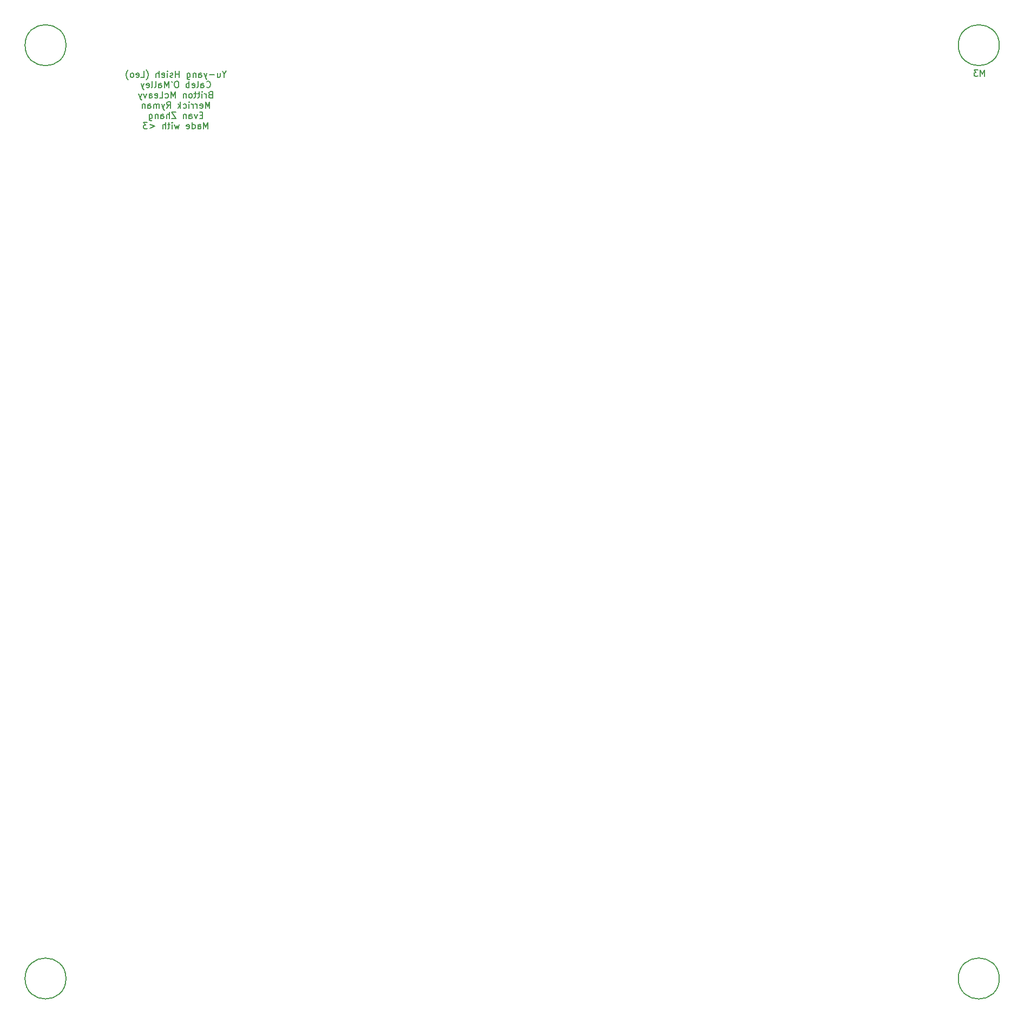
<source format=gbr>
%TF.GenerationSoftware,KiCad,Pcbnew,(6.0.10)*%
%TF.CreationDate,2023-02-13T20:41:26-05:00*%
%TF.ProjectId,master_board,6d617374-6572-45f6-926f-6172642e6b69,rev?*%
%TF.SameCoordinates,Original*%
%TF.FileFunction,Legend,Bot*%
%TF.FilePolarity,Positive*%
%FSLAX46Y46*%
G04 Gerber Fmt 4.6, Leading zero omitted, Abs format (unit mm)*
G04 Created by KiCad (PCBNEW (6.0.10)) date 2023-02-13 20:41:26*
%MOMM*%
%LPD*%
G01*
G04 APERTURE LIST*
%ADD10C,0.200000*%
G04 APERTURE END LIST*
D10*
X25200000Y-169000000D02*
G75*
G03*
X25200000Y-169000000I-3201562J0D01*
G01*
X25201562Y-23000000D02*
G75*
G03*
X25201562Y-23000000I-3201562J0D01*
G01*
X171203124Y-23000000D02*
G75*
G03*
X171203124Y-23000000I-3201562J0D01*
G01*
X171201562Y-169001562D02*
G75*
G03*
X171201562Y-169001562I-3201562J0D01*
G01*
X49971428Y-27551190D02*
X49971428Y-28027380D01*
X50304761Y-27027380D02*
X49971428Y-27551190D01*
X49638095Y-27027380D01*
X48876190Y-27360714D02*
X48876190Y-28027380D01*
X49304761Y-27360714D02*
X49304761Y-27884523D01*
X49257142Y-27979761D01*
X49161904Y-28027380D01*
X49019047Y-28027380D01*
X48923809Y-27979761D01*
X48876190Y-27932142D01*
X48400000Y-27646428D02*
X47638095Y-27646428D01*
X47257142Y-27360714D02*
X47019047Y-28027380D01*
X46780952Y-27360714D02*
X47019047Y-28027380D01*
X47114285Y-28265476D01*
X47161904Y-28313095D01*
X47257142Y-28360714D01*
X45971428Y-28027380D02*
X45971428Y-27503571D01*
X46019047Y-27408333D01*
X46114285Y-27360714D01*
X46304761Y-27360714D01*
X46400000Y-27408333D01*
X45971428Y-27979761D02*
X46066666Y-28027380D01*
X46304761Y-28027380D01*
X46400000Y-27979761D01*
X46447619Y-27884523D01*
X46447619Y-27789285D01*
X46400000Y-27694047D01*
X46304761Y-27646428D01*
X46066666Y-27646428D01*
X45971428Y-27598809D01*
X45495238Y-27360714D02*
X45495238Y-28027380D01*
X45495238Y-27455952D02*
X45447619Y-27408333D01*
X45352380Y-27360714D01*
X45209523Y-27360714D01*
X45114285Y-27408333D01*
X45066666Y-27503571D01*
X45066666Y-28027380D01*
X44161904Y-27360714D02*
X44161904Y-28170238D01*
X44209523Y-28265476D01*
X44257142Y-28313095D01*
X44352380Y-28360714D01*
X44495238Y-28360714D01*
X44590476Y-28313095D01*
X44161904Y-27979761D02*
X44257142Y-28027380D01*
X44447619Y-28027380D01*
X44542857Y-27979761D01*
X44590476Y-27932142D01*
X44638095Y-27836904D01*
X44638095Y-27551190D01*
X44590476Y-27455952D01*
X44542857Y-27408333D01*
X44447619Y-27360714D01*
X44257142Y-27360714D01*
X44161904Y-27408333D01*
X42923809Y-28027380D02*
X42923809Y-27027380D01*
X42923809Y-27503571D02*
X42352380Y-27503571D01*
X42352380Y-28027380D02*
X42352380Y-27027380D01*
X41923809Y-27979761D02*
X41828571Y-28027380D01*
X41638095Y-28027380D01*
X41542857Y-27979761D01*
X41495238Y-27884523D01*
X41495238Y-27836904D01*
X41542857Y-27741666D01*
X41638095Y-27694047D01*
X41780952Y-27694047D01*
X41876190Y-27646428D01*
X41923809Y-27551190D01*
X41923809Y-27503571D01*
X41876190Y-27408333D01*
X41780952Y-27360714D01*
X41638095Y-27360714D01*
X41542857Y-27408333D01*
X41066666Y-28027380D02*
X41066666Y-27360714D01*
X41066666Y-27027380D02*
X41114285Y-27075000D01*
X41066666Y-27122619D01*
X41019047Y-27075000D01*
X41066666Y-27027380D01*
X41066666Y-27122619D01*
X40209523Y-27979761D02*
X40304761Y-28027380D01*
X40495238Y-28027380D01*
X40590476Y-27979761D01*
X40638095Y-27884523D01*
X40638095Y-27503571D01*
X40590476Y-27408333D01*
X40495238Y-27360714D01*
X40304761Y-27360714D01*
X40209523Y-27408333D01*
X40161904Y-27503571D01*
X40161904Y-27598809D01*
X40638095Y-27694047D01*
X39733333Y-28027380D02*
X39733333Y-27027380D01*
X39304761Y-28027380D02*
X39304761Y-27503571D01*
X39352380Y-27408333D01*
X39447619Y-27360714D01*
X39590476Y-27360714D01*
X39685714Y-27408333D01*
X39733333Y-27455952D01*
X37780952Y-28408333D02*
X37828571Y-28360714D01*
X37923809Y-28217857D01*
X37971428Y-28122619D01*
X38019047Y-27979761D01*
X38066666Y-27741666D01*
X38066666Y-27551190D01*
X38019047Y-27313095D01*
X37971428Y-27170238D01*
X37923809Y-27075000D01*
X37828571Y-26932142D01*
X37780952Y-26884523D01*
X36923809Y-28027380D02*
X37400000Y-28027380D01*
X37400000Y-27027380D01*
X36209523Y-27979761D02*
X36304761Y-28027380D01*
X36495238Y-28027380D01*
X36590476Y-27979761D01*
X36638095Y-27884523D01*
X36638095Y-27503571D01*
X36590476Y-27408333D01*
X36495238Y-27360714D01*
X36304761Y-27360714D01*
X36209523Y-27408333D01*
X36161904Y-27503571D01*
X36161904Y-27598809D01*
X36638095Y-27694047D01*
X35590476Y-28027380D02*
X35685714Y-27979761D01*
X35733333Y-27932142D01*
X35780952Y-27836904D01*
X35780952Y-27551190D01*
X35733333Y-27455952D01*
X35685714Y-27408333D01*
X35590476Y-27360714D01*
X35447619Y-27360714D01*
X35352380Y-27408333D01*
X35304761Y-27455952D01*
X35257142Y-27551190D01*
X35257142Y-27836904D01*
X35304761Y-27932142D01*
X35352380Y-27979761D01*
X35447619Y-28027380D01*
X35590476Y-28027380D01*
X34923809Y-28408333D02*
X34876190Y-28360714D01*
X34780952Y-28217857D01*
X34733333Y-28122619D01*
X34685714Y-27979761D01*
X34638095Y-27741666D01*
X34638095Y-27551190D01*
X34685714Y-27313095D01*
X34733333Y-27170238D01*
X34780952Y-27075000D01*
X34876190Y-26932142D01*
X34923809Y-26884523D01*
X47185714Y-29542142D02*
X47233333Y-29589761D01*
X47376190Y-29637380D01*
X47471428Y-29637380D01*
X47614285Y-29589761D01*
X47709523Y-29494523D01*
X47757142Y-29399285D01*
X47804761Y-29208809D01*
X47804761Y-29065952D01*
X47757142Y-28875476D01*
X47709523Y-28780238D01*
X47614285Y-28685000D01*
X47471428Y-28637380D01*
X47376190Y-28637380D01*
X47233333Y-28685000D01*
X47185714Y-28732619D01*
X46328571Y-29637380D02*
X46328571Y-29113571D01*
X46376190Y-29018333D01*
X46471428Y-28970714D01*
X46661904Y-28970714D01*
X46757142Y-29018333D01*
X46328571Y-29589761D02*
X46423809Y-29637380D01*
X46661904Y-29637380D01*
X46757142Y-29589761D01*
X46804761Y-29494523D01*
X46804761Y-29399285D01*
X46757142Y-29304047D01*
X46661904Y-29256428D01*
X46423809Y-29256428D01*
X46328571Y-29208809D01*
X45709523Y-29637380D02*
X45804761Y-29589761D01*
X45852380Y-29494523D01*
X45852380Y-28637380D01*
X44947619Y-29589761D02*
X45042857Y-29637380D01*
X45233333Y-29637380D01*
X45328571Y-29589761D01*
X45376190Y-29494523D01*
X45376190Y-29113571D01*
X45328571Y-29018333D01*
X45233333Y-28970714D01*
X45042857Y-28970714D01*
X44947619Y-29018333D01*
X44900000Y-29113571D01*
X44900000Y-29208809D01*
X45376190Y-29304047D01*
X44471428Y-29637380D02*
X44471428Y-28637380D01*
X44471428Y-29018333D02*
X44376190Y-28970714D01*
X44185714Y-28970714D01*
X44090476Y-29018333D01*
X44042857Y-29065952D01*
X43995238Y-29161190D01*
X43995238Y-29446904D01*
X44042857Y-29542142D01*
X44090476Y-29589761D01*
X44185714Y-29637380D01*
X44376190Y-29637380D01*
X44471428Y-29589761D01*
X42614285Y-28637380D02*
X42423809Y-28637380D01*
X42328571Y-28685000D01*
X42233333Y-28780238D01*
X42185714Y-28970714D01*
X42185714Y-29304047D01*
X42233333Y-29494523D01*
X42328571Y-29589761D01*
X42423809Y-29637380D01*
X42614285Y-29637380D01*
X42709523Y-29589761D01*
X42804761Y-29494523D01*
X42852380Y-29304047D01*
X42852380Y-28970714D01*
X42804761Y-28780238D01*
X42709523Y-28685000D01*
X42614285Y-28637380D01*
X41709523Y-28637380D02*
X41804761Y-28827857D01*
X41280952Y-29637380D02*
X41280952Y-28637380D01*
X40947619Y-29351666D01*
X40614285Y-28637380D01*
X40614285Y-29637380D01*
X39709523Y-29637380D02*
X39709523Y-29113571D01*
X39757142Y-29018333D01*
X39852380Y-28970714D01*
X40042857Y-28970714D01*
X40138095Y-29018333D01*
X39709523Y-29589761D02*
X39804761Y-29637380D01*
X40042857Y-29637380D01*
X40138095Y-29589761D01*
X40185714Y-29494523D01*
X40185714Y-29399285D01*
X40138095Y-29304047D01*
X40042857Y-29256428D01*
X39804761Y-29256428D01*
X39709523Y-29208809D01*
X39090476Y-29637380D02*
X39185714Y-29589761D01*
X39233333Y-29494523D01*
X39233333Y-28637380D01*
X38566666Y-29637380D02*
X38661904Y-29589761D01*
X38709523Y-29494523D01*
X38709523Y-28637380D01*
X37804761Y-29589761D02*
X37900000Y-29637380D01*
X38090476Y-29637380D01*
X38185714Y-29589761D01*
X38233333Y-29494523D01*
X38233333Y-29113571D01*
X38185714Y-29018333D01*
X38090476Y-28970714D01*
X37900000Y-28970714D01*
X37804761Y-29018333D01*
X37757142Y-29113571D01*
X37757142Y-29208809D01*
X38233333Y-29304047D01*
X37423809Y-28970714D02*
X37185714Y-29637380D01*
X36947619Y-28970714D02*
X37185714Y-29637380D01*
X37280952Y-29875476D01*
X37328571Y-29923095D01*
X37423809Y-29970714D01*
X47780952Y-30723571D02*
X47638095Y-30771190D01*
X47590476Y-30818809D01*
X47542857Y-30914047D01*
X47542857Y-31056904D01*
X47590476Y-31152142D01*
X47638095Y-31199761D01*
X47733333Y-31247380D01*
X48114285Y-31247380D01*
X48114285Y-30247380D01*
X47780952Y-30247380D01*
X47685714Y-30295000D01*
X47638095Y-30342619D01*
X47590476Y-30437857D01*
X47590476Y-30533095D01*
X47638095Y-30628333D01*
X47685714Y-30675952D01*
X47780952Y-30723571D01*
X48114285Y-30723571D01*
X47114285Y-31247380D02*
X47114285Y-30580714D01*
X47114285Y-30771190D02*
X47066666Y-30675952D01*
X47019047Y-30628333D01*
X46923809Y-30580714D01*
X46828571Y-30580714D01*
X46495238Y-31247380D02*
X46495238Y-30580714D01*
X46495238Y-30247380D02*
X46542857Y-30295000D01*
X46495238Y-30342619D01*
X46447619Y-30295000D01*
X46495238Y-30247380D01*
X46495238Y-30342619D01*
X46161904Y-30580714D02*
X45780952Y-30580714D01*
X46019047Y-30247380D02*
X46019047Y-31104523D01*
X45971428Y-31199761D01*
X45876190Y-31247380D01*
X45780952Y-31247380D01*
X45590476Y-30580714D02*
X45209523Y-30580714D01*
X45447619Y-30247380D02*
X45447619Y-31104523D01*
X45400000Y-31199761D01*
X45304761Y-31247380D01*
X45209523Y-31247380D01*
X44733333Y-31247380D02*
X44828571Y-31199761D01*
X44876190Y-31152142D01*
X44923809Y-31056904D01*
X44923809Y-30771190D01*
X44876190Y-30675952D01*
X44828571Y-30628333D01*
X44733333Y-30580714D01*
X44590476Y-30580714D01*
X44495238Y-30628333D01*
X44447619Y-30675952D01*
X44400000Y-30771190D01*
X44400000Y-31056904D01*
X44447619Y-31152142D01*
X44495238Y-31199761D01*
X44590476Y-31247380D01*
X44733333Y-31247380D01*
X43971428Y-30580714D02*
X43971428Y-31247380D01*
X43971428Y-30675952D02*
X43923809Y-30628333D01*
X43828571Y-30580714D01*
X43685714Y-30580714D01*
X43590476Y-30628333D01*
X43542857Y-30723571D01*
X43542857Y-31247380D01*
X42304761Y-31247380D02*
X42304761Y-30247380D01*
X41971428Y-30961666D01*
X41638095Y-30247380D01*
X41638095Y-31247380D01*
X40733333Y-31199761D02*
X40828571Y-31247380D01*
X41019047Y-31247380D01*
X41114285Y-31199761D01*
X41161904Y-31152142D01*
X41209523Y-31056904D01*
X41209523Y-30771190D01*
X41161904Y-30675952D01*
X41114285Y-30628333D01*
X41019047Y-30580714D01*
X40828571Y-30580714D01*
X40733333Y-30628333D01*
X39828571Y-31247380D02*
X40304761Y-31247380D01*
X40304761Y-30247380D01*
X39114285Y-31199761D02*
X39209523Y-31247380D01*
X39400000Y-31247380D01*
X39495238Y-31199761D01*
X39542857Y-31104523D01*
X39542857Y-30723571D01*
X39495238Y-30628333D01*
X39400000Y-30580714D01*
X39209523Y-30580714D01*
X39114285Y-30628333D01*
X39066666Y-30723571D01*
X39066666Y-30818809D01*
X39542857Y-30914047D01*
X38209523Y-31247380D02*
X38209523Y-30723571D01*
X38257142Y-30628333D01*
X38352380Y-30580714D01*
X38542857Y-30580714D01*
X38638095Y-30628333D01*
X38209523Y-31199761D02*
X38304761Y-31247380D01*
X38542857Y-31247380D01*
X38638095Y-31199761D01*
X38685714Y-31104523D01*
X38685714Y-31009285D01*
X38638095Y-30914047D01*
X38542857Y-30866428D01*
X38304761Y-30866428D01*
X38209523Y-30818809D01*
X37828571Y-30580714D02*
X37590476Y-31247380D01*
X37352380Y-30580714D01*
X37066666Y-30580714D02*
X36828571Y-31247380D01*
X36590476Y-30580714D02*
X36828571Y-31247380D01*
X36923809Y-31485476D01*
X36971428Y-31533095D01*
X37066666Y-31580714D01*
X47685714Y-32857380D02*
X47685714Y-31857380D01*
X47352380Y-32571666D01*
X47019047Y-31857380D01*
X47019047Y-32857380D01*
X46161904Y-32809761D02*
X46257142Y-32857380D01*
X46447619Y-32857380D01*
X46542857Y-32809761D01*
X46590476Y-32714523D01*
X46590476Y-32333571D01*
X46542857Y-32238333D01*
X46447619Y-32190714D01*
X46257142Y-32190714D01*
X46161904Y-32238333D01*
X46114285Y-32333571D01*
X46114285Y-32428809D01*
X46590476Y-32524047D01*
X45685714Y-32857380D02*
X45685714Y-32190714D01*
X45685714Y-32381190D02*
X45638095Y-32285952D01*
X45590476Y-32238333D01*
X45495238Y-32190714D01*
X45400000Y-32190714D01*
X45066666Y-32857380D02*
X45066666Y-32190714D01*
X45066666Y-32381190D02*
X45019047Y-32285952D01*
X44971428Y-32238333D01*
X44876190Y-32190714D01*
X44780952Y-32190714D01*
X44447619Y-32857380D02*
X44447619Y-32190714D01*
X44447619Y-31857380D02*
X44495238Y-31905000D01*
X44447619Y-31952619D01*
X44400000Y-31905000D01*
X44447619Y-31857380D01*
X44447619Y-31952619D01*
X43542857Y-32809761D02*
X43638095Y-32857380D01*
X43828571Y-32857380D01*
X43923809Y-32809761D01*
X43971428Y-32762142D01*
X44019047Y-32666904D01*
X44019047Y-32381190D01*
X43971428Y-32285952D01*
X43923809Y-32238333D01*
X43828571Y-32190714D01*
X43638095Y-32190714D01*
X43542857Y-32238333D01*
X43114285Y-32857380D02*
X43114285Y-31857380D01*
X43019047Y-32476428D02*
X42733333Y-32857380D01*
X42733333Y-32190714D02*
X43114285Y-32571666D01*
X40971428Y-32857380D02*
X41304761Y-32381190D01*
X41542857Y-32857380D02*
X41542857Y-31857380D01*
X41161904Y-31857380D01*
X41066666Y-31905000D01*
X41019047Y-31952619D01*
X40971428Y-32047857D01*
X40971428Y-32190714D01*
X41019047Y-32285952D01*
X41066666Y-32333571D01*
X41161904Y-32381190D01*
X41542857Y-32381190D01*
X40638095Y-32190714D02*
X40400000Y-32857380D01*
X40161904Y-32190714D02*
X40400000Y-32857380D01*
X40495238Y-33095476D01*
X40542857Y-33143095D01*
X40638095Y-33190714D01*
X39780952Y-32857380D02*
X39780952Y-32190714D01*
X39780952Y-32285952D02*
X39733333Y-32238333D01*
X39638095Y-32190714D01*
X39495238Y-32190714D01*
X39400000Y-32238333D01*
X39352380Y-32333571D01*
X39352380Y-32857380D01*
X39352380Y-32333571D02*
X39304761Y-32238333D01*
X39209523Y-32190714D01*
X39066666Y-32190714D01*
X38971428Y-32238333D01*
X38923809Y-32333571D01*
X38923809Y-32857380D01*
X38019047Y-32857380D02*
X38019047Y-32333571D01*
X38066666Y-32238333D01*
X38161904Y-32190714D01*
X38352380Y-32190714D01*
X38447619Y-32238333D01*
X38019047Y-32809761D02*
X38114285Y-32857380D01*
X38352380Y-32857380D01*
X38447619Y-32809761D01*
X38495238Y-32714523D01*
X38495238Y-32619285D01*
X38447619Y-32524047D01*
X38352380Y-32476428D01*
X38114285Y-32476428D01*
X38019047Y-32428809D01*
X37542857Y-32190714D02*
X37542857Y-32857380D01*
X37542857Y-32285952D02*
X37495238Y-32238333D01*
X37400000Y-32190714D01*
X37257142Y-32190714D01*
X37161904Y-32238333D01*
X37114285Y-32333571D01*
X37114285Y-32857380D01*
X46566666Y-33943571D02*
X46233333Y-33943571D01*
X46090476Y-34467380D02*
X46566666Y-34467380D01*
X46566666Y-33467380D01*
X46090476Y-33467380D01*
X45757142Y-33800714D02*
X45519047Y-34467380D01*
X45280952Y-33800714D01*
X44471428Y-34467380D02*
X44471428Y-33943571D01*
X44519047Y-33848333D01*
X44614285Y-33800714D01*
X44804761Y-33800714D01*
X44900000Y-33848333D01*
X44471428Y-34419761D02*
X44566666Y-34467380D01*
X44804761Y-34467380D01*
X44900000Y-34419761D01*
X44947619Y-34324523D01*
X44947619Y-34229285D01*
X44900000Y-34134047D01*
X44804761Y-34086428D01*
X44566666Y-34086428D01*
X44471428Y-34038809D01*
X43995238Y-33800714D02*
X43995238Y-34467380D01*
X43995238Y-33895952D02*
X43947619Y-33848333D01*
X43852380Y-33800714D01*
X43709523Y-33800714D01*
X43614285Y-33848333D01*
X43566666Y-33943571D01*
X43566666Y-34467380D01*
X42423809Y-33467380D02*
X41757142Y-33467380D01*
X42423809Y-34467380D01*
X41757142Y-34467380D01*
X41376190Y-34467380D02*
X41376190Y-33467380D01*
X40947619Y-34467380D02*
X40947619Y-33943571D01*
X40995238Y-33848333D01*
X41090476Y-33800714D01*
X41233333Y-33800714D01*
X41328571Y-33848333D01*
X41376190Y-33895952D01*
X40042857Y-34467380D02*
X40042857Y-33943571D01*
X40090476Y-33848333D01*
X40185714Y-33800714D01*
X40376190Y-33800714D01*
X40471428Y-33848333D01*
X40042857Y-34419761D02*
X40138095Y-34467380D01*
X40376190Y-34467380D01*
X40471428Y-34419761D01*
X40519047Y-34324523D01*
X40519047Y-34229285D01*
X40471428Y-34134047D01*
X40376190Y-34086428D01*
X40138095Y-34086428D01*
X40042857Y-34038809D01*
X39566666Y-33800714D02*
X39566666Y-34467380D01*
X39566666Y-33895952D02*
X39519047Y-33848333D01*
X39423809Y-33800714D01*
X39280952Y-33800714D01*
X39185714Y-33848333D01*
X39138095Y-33943571D01*
X39138095Y-34467380D01*
X38233333Y-33800714D02*
X38233333Y-34610238D01*
X38280952Y-34705476D01*
X38328571Y-34753095D01*
X38423809Y-34800714D01*
X38566666Y-34800714D01*
X38661904Y-34753095D01*
X38233333Y-34419761D02*
X38328571Y-34467380D01*
X38519047Y-34467380D01*
X38614285Y-34419761D01*
X38661904Y-34372142D01*
X38709523Y-34276904D01*
X38709523Y-33991190D01*
X38661904Y-33895952D01*
X38614285Y-33848333D01*
X38519047Y-33800714D01*
X38328571Y-33800714D01*
X38233333Y-33848333D01*
X47423809Y-36077380D02*
X47423809Y-35077380D01*
X47090476Y-35791666D01*
X46757142Y-35077380D01*
X46757142Y-36077380D01*
X45852380Y-36077380D02*
X45852380Y-35553571D01*
X45900000Y-35458333D01*
X45995238Y-35410714D01*
X46185714Y-35410714D01*
X46280952Y-35458333D01*
X45852380Y-36029761D02*
X45947619Y-36077380D01*
X46185714Y-36077380D01*
X46280952Y-36029761D01*
X46328571Y-35934523D01*
X46328571Y-35839285D01*
X46280952Y-35744047D01*
X46185714Y-35696428D01*
X45947619Y-35696428D01*
X45852380Y-35648809D01*
X44947619Y-36077380D02*
X44947619Y-35077380D01*
X44947619Y-36029761D02*
X45042857Y-36077380D01*
X45233333Y-36077380D01*
X45328571Y-36029761D01*
X45376190Y-35982142D01*
X45423809Y-35886904D01*
X45423809Y-35601190D01*
X45376190Y-35505952D01*
X45328571Y-35458333D01*
X45233333Y-35410714D01*
X45042857Y-35410714D01*
X44947619Y-35458333D01*
X44090476Y-36029761D02*
X44185714Y-36077380D01*
X44376190Y-36077380D01*
X44471428Y-36029761D01*
X44519047Y-35934523D01*
X44519047Y-35553571D01*
X44471428Y-35458333D01*
X44376190Y-35410714D01*
X44185714Y-35410714D01*
X44090476Y-35458333D01*
X44042857Y-35553571D01*
X44042857Y-35648809D01*
X44519047Y-35744047D01*
X42947619Y-35410714D02*
X42757142Y-36077380D01*
X42566666Y-35601190D01*
X42376190Y-36077380D01*
X42185714Y-35410714D01*
X41804761Y-36077380D02*
X41804761Y-35410714D01*
X41804761Y-35077380D02*
X41852380Y-35125000D01*
X41804761Y-35172619D01*
X41757142Y-35125000D01*
X41804761Y-35077380D01*
X41804761Y-35172619D01*
X41471428Y-35410714D02*
X41090476Y-35410714D01*
X41328571Y-35077380D02*
X41328571Y-35934523D01*
X41280952Y-36029761D01*
X41185714Y-36077380D01*
X41090476Y-36077380D01*
X40757142Y-36077380D02*
X40757142Y-35077380D01*
X40328571Y-36077380D02*
X40328571Y-35553571D01*
X40376190Y-35458333D01*
X40471428Y-35410714D01*
X40614285Y-35410714D01*
X40709523Y-35458333D01*
X40757142Y-35505952D01*
X38328571Y-35410714D02*
X39090476Y-35696428D01*
X38328571Y-35982142D01*
X37947619Y-35077380D02*
X37328571Y-35077380D01*
X37661904Y-35458333D01*
X37519047Y-35458333D01*
X37423809Y-35505952D01*
X37376190Y-35553571D01*
X37328571Y-35648809D01*
X37328571Y-35886904D01*
X37376190Y-35982142D01*
X37423809Y-36029761D01*
X37519047Y-36077380D01*
X37804761Y-36077380D01*
X37900000Y-36029761D01*
X37947619Y-35982142D01*
X168909523Y-27852380D02*
X168909523Y-26852380D01*
X168576190Y-27566666D01*
X168242857Y-26852380D01*
X168242857Y-27852380D01*
X167861904Y-26852380D02*
X167242857Y-26852380D01*
X167576190Y-27233333D01*
X167433333Y-27233333D01*
X167338095Y-27280952D01*
X167290476Y-27328571D01*
X167242857Y-27423809D01*
X167242857Y-27661904D01*
X167290476Y-27757142D01*
X167338095Y-27804761D01*
X167433333Y-27852380D01*
X167719047Y-27852380D01*
X167814285Y-27804761D01*
X167861904Y-27757142D01*
M02*

</source>
